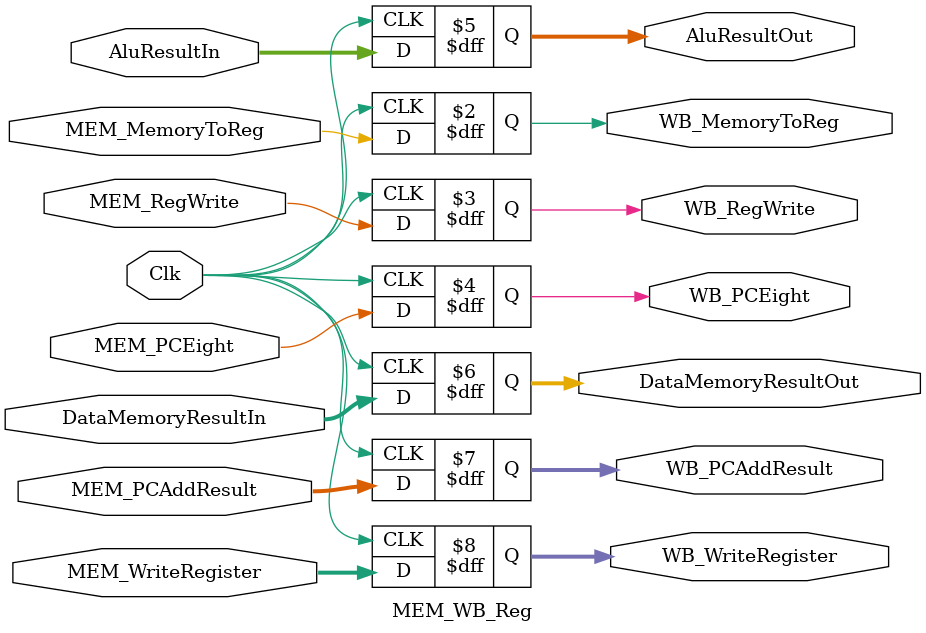
<source format=v>
`timescale 1ns / 1ps


////needs the 

module MEM_WB_Reg(Clk, MEM_MemoryToReg, MEM_RegWrite, WB_MemoryToReg, WB_RegWrite, AluResultIn, AluResultOut, DataMemoryResultIn, DataMemoryResultOut, 
MEM_WriteRegister, WB_WriteRegister, MEM_PCAddResult, WB_PCAddResult, MEM_PCEight, WB_PCEight);
                  
    input Clk;

    input MEM_MemoryToReg, MEM_RegWrite, MEM_PCEight;
    input [31:0] AluResultIn, DataMemoryResultIn, MEM_PCAddResult;
    input [4:0] MEM_WriteRegister;
    
    output reg WB_MemoryToReg, WB_RegWrite, WB_PCEight;
    output reg [31:0] AluResultOut, DataMemoryResultOut, WB_PCAddResult;
    output reg [4:0] WB_WriteRegister;
            
                  
    always@(posedge Clk) begin
//        if (noOp == 1'b1) begin
//             WB_MemoryToReg       <= 1'b0;
////             WB_RegWrite            <= 1'b0;
////             AluResultOut         <= 32'b0;
////             DataMemoryResultOut <= 32'b0;
////             WB_WriteRegister <= 5'b0;
////             WB_PCAddResult <= 32'b0;
////             WB_PCEight <= 1'b0;
////        end
//        else begin
             WB_MemoryToReg       <=    MEM_MemoryToReg;
             WB_RegWrite            <=    MEM_RegWrite;
             AluResultOut         <=    AluResultIn;
             DataMemoryResultOut <=    DataMemoryResultIn;
             WB_WriteRegister <= MEM_WriteRegister;
             WB_PCAddResult <= MEM_PCAddResult;
             WB_PCEight <= MEM_PCEight;
    end
endmodule

</source>
